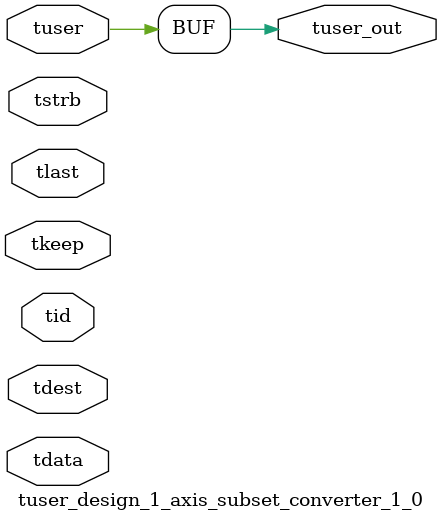
<source format=v>


`timescale 1ps/1ps

module tuser_design_1_axis_subset_converter_1_0 #
(
parameter C_S_AXIS_TUSER_WIDTH = 1,
parameter C_S_AXIS_TDATA_WIDTH = 32,
parameter C_S_AXIS_TID_WIDTH   = 0,
parameter C_S_AXIS_TDEST_WIDTH = 0,
parameter C_M_AXIS_TUSER_WIDTH = 1
)
(
input  [(C_S_AXIS_TUSER_WIDTH == 0 ? 1 : C_S_AXIS_TUSER_WIDTH)-1:0     ] tuser,
input  [(C_S_AXIS_TDATA_WIDTH == 0 ? 1 : C_S_AXIS_TDATA_WIDTH)-1:0     ] tdata,
input  [(C_S_AXIS_TID_WIDTH   == 0 ? 1 : C_S_AXIS_TID_WIDTH)-1:0       ] tid,
input  [(C_S_AXIS_TDEST_WIDTH == 0 ? 1 : C_S_AXIS_TDEST_WIDTH)-1:0     ] tdest,
input  [(C_S_AXIS_TDATA_WIDTH/8)-1:0 ] tkeep,
input  [(C_S_AXIS_TDATA_WIDTH/8)-1:0 ] tstrb,
input                                                                    tlast,
output [C_M_AXIS_TUSER_WIDTH-1:0] tuser_out
);

assign tuser_out = {tuser[0:0]};

endmodule


</source>
